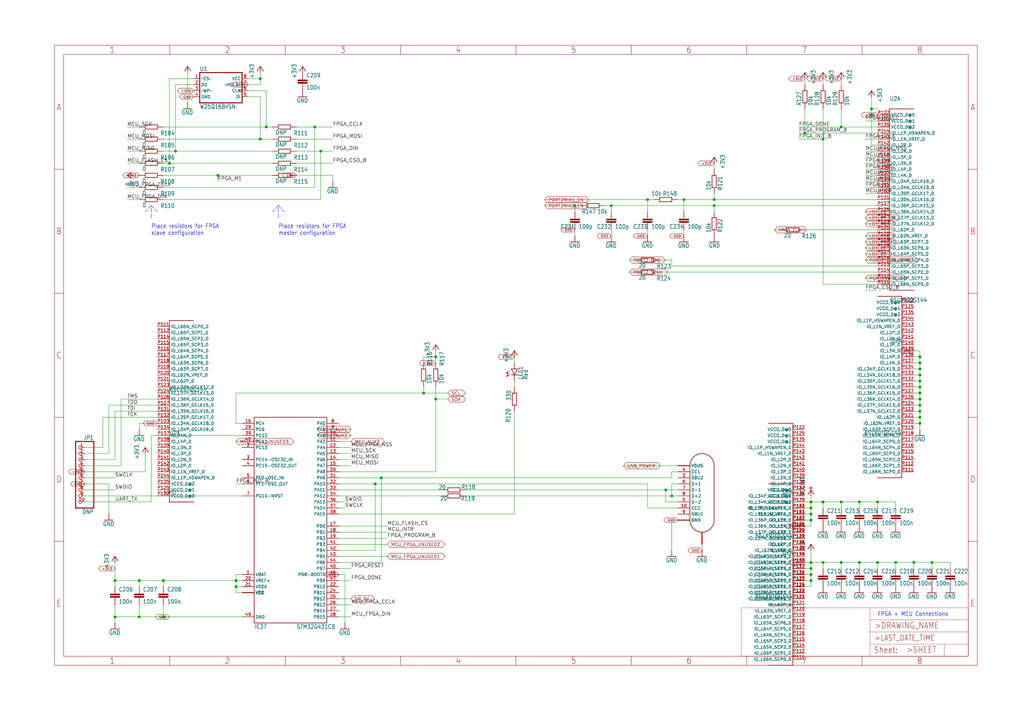
<source format=kicad_sch>
(kicad_sch (version 20210615) (generator eeschema)
  (paper "User" 429.793 300.279)
  (junction (at 48.26 243.84) (diameter 1.016))
  (junction (at 48.26 259.08) (diameter 1.016))
  (junction (at 58.42 243.84) (diameter 1.016))
  (junction (at 58.42 259.08) (diameter 1.016))
  (junction (at 68.58 243.84) (diameter 1.016))
  (junction (at 68.58 259.08) (diameter 1.016))
  (junction (at 71.12 68.58) (diameter 1.016))
  (junction (at 73.66 63.5) (diameter 1.016))
  (junction (at 91.44 73.66) (diameter 1.016))
  (junction (at 99.06 243.84) (diameter 1.016))
  (junction (at 99.06 246.38) (diameter 1.016))
  (junction (at 109.22 33.02) (diameter 1.016))
  (junction (at 109.22 58.42) (diameter 1.016))
  (junction (at 111.76 53.34) (diameter 1.016))
  (junction (at 132.08 53.34) (diameter 1.016))
  (junction (at 134.62 63.5) (diameter 1.016))
  (junction (at 157.48 203.2) (diameter 1.016))
  (junction (at 160.02 200.66) (diameter 1.016))
  (junction (at 177.8 165.1) (diameter 1.016))
  (junction (at 182.88 149.86) (diameter 1.016))
  (junction (at 182.88 167.64) (diameter 1.016))
  (junction (at 241.3 86.36) (diameter 1.016))
  (junction (at 256.54 86.36) (diameter 1.016))
  (junction (at 271.78 83.82) (diameter 1.016))
  (junction (at 279.4 205.74) (diameter 1.016))
  (junction (at 281.94 208.28) (diameter 1.016))
  (junction (at 287.02 83.82) (diameter 1.016))
  (junction (at 299.72 83.82) (diameter 1.016))
  (junction (at 299.72 86.36) (diameter 1.016))
  (junction (at 337.82 55.88) (diameter 1.016))
  (junction (at 340.36 210.82) (diameter 1.016))
  (junction (at 340.36 213.36) (diameter 1.016))
  (junction (at 340.36 215.9) (diameter 1.016))
  (junction (at 340.36 218.44) (diameter 1.016))
  (junction (at 340.36 236.22) (diameter 1.016))
  (junction (at 340.36 238.76) (diameter 1.016))
  (junction (at 340.36 241.3) (diameter 1.016))
  (junction (at 340.36 243.84) (diameter 1.016))
  (junction (at 345.44 58.42) (diameter 1.016))
  (junction (at 345.44 210.82) (diameter 1.016))
  (junction (at 345.44 236.22) (diameter 1.016))
  (junction (at 353.06 53.34) (diameter 1.016))
  (junction (at 353.06 210.82) (diameter 1.016))
  (junction (at 353.06 236.22) (diameter 1.016))
  (junction (at 360.68 210.82) (diameter 1.016))
  (junction (at 360.68 236.22) (diameter 1.016))
  (junction (at 365.76 45.72) (diameter 1.016))
  (junction (at 365.76 48.26) (diameter 1.016))
  (junction (at 368.3 210.82) (diameter 1.016))
  (junction (at 368.3 236.22) (diameter 1.016))
  (junction (at 375.92 236.22) (diameter 1.016))
  (junction (at 383.54 236.22) (diameter 1.016))
  (junction (at 386.08 149.86) (diameter 1.016))
  (junction (at 386.08 152.4) (diameter 1.016))
  (junction (at 386.08 154.94) (diameter 1.016))
  (junction (at 386.08 157.48) (diameter 1.016))
  (junction (at 386.08 160.02) (diameter 1.016))
  (junction (at 386.08 162.56) (diameter 1.016))
  (junction (at 386.08 165.1) (diameter 1.016))
  (junction (at 386.08 167.64) (diameter 1.016))
  (junction (at 386.08 170.18) (diameter 1.016))
  (junction (at 386.08 172.72) (diameter 1.016))
  (junction (at 386.08 175.26) (diameter 1.016))
  (junction (at 386.08 177.8) (diameter 1.016))
  (junction (at 391.16 236.22) (diameter 1.016))
  (wire (pts (xy 35.56 187.96) (xy 43.18 187.96)))
  (wire (pts (xy 35.56 195.58) (xy 50.8 195.58)))
  (wire (pts (xy 35.56 198.12) (xy 60.96 198.12)))
  (wire (pts (xy 35.56 203.2) (xy 45.72 203.2)))
  (wire (pts (xy 43.18 175.26) (xy 66.04 175.26)))
  (wire (pts (xy 43.18 187.96) (xy 43.18 175.26)))
  (wire (pts (xy 45.72 170.18) (xy 45.72 190.5)))
  (wire (pts (xy 45.72 190.5) (xy 35.56 190.5)))
  (wire (pts (xy 45.72 203.2) (xy 45.72 215.9)))
  (wire (pts (xy 48.26 172.72) (xy 48.26 190.5)))
  (wire (pts (xy 48.26 190.5) (xy 48.26 193.04)))
  (wire (pts (xy 48.26 193.04) (xy 35.56 193.04)))
  (wire (pts (xy 48.26 200.66) (xy 35.56 200.66)))
  (wire (pts (xy 48.26 205.74) (xy 35.56 205.74)))
  (wire (pts (xy 48.26 238.76) (xy 48.26 236.22)))
  (wire (pts (xy 48.26 238.76) (xy 48.26 243.84)))
  (wire (pts (xy 48.26 243.84) (xy 48.26 246.38)))
  (wire (pts (xy 48.26 259.08) (xy 48.26 254)))
  (wire (pts (xy 48.26 261.62) (xy 48.26 259.08)))
  (wire (pts (xy 50.8 167.64) (xy 66.04 167.64)))
  (wire (pts (xy 50.8 195.58) (xy 50.8 167.64)))
  (wire (pts (xy 58.42 53.34) (xy 53.34 53.34)))
  (wire (pts (xy 58.42 58.42) (xy 53.34 58.42)))
  (wire (pts (xy 58.42 63.5) (xy 53.34 63.5)))
  (wire (pts (xy 58.42 68.58) (xy 53.34 68.58)))
  (wire (pts (xy 58.42 73.66) (xy 55.88 73.66)))
  (wire (pts (xy 58.42 78.74) (xy 53.34 78.74)))
  (wire (pts (xy 58.42 83.82) (xy 53.34 83.82)))
  (wire (pts (xy 58.42 177.8) (xy 58.42 180.34)))
  (wire (pts (xy 58.42 243.84) (xy 48.26 243.84)))
  (wire (pts (xy 58.42 246.38) (xy 58.42 243.84)))
  (wire (pts (xy 58.42 254) (xy 58.42 259.08)))
  (wire (pts (xy 58.42 259.08) (xy 48.26 259.08)))
  (wire (pts (xy 60.96 198.12) (xy 60.96 190.5)))
  (wire (pts (xy 63.5 182.88) (xy 101.6 182.88)))
  (wire (pts (xy 63.5 195.58) (xy 63.5 182.88)))
  (wire (pts (xy 63.5 195.58) (xy 63.5 210.82)))
  (wire (pts (xy 63.5 210.82) (xy 35.56 210.82)))
  (wire (pts (xy 66.04 170.18) (xy 45.72 170.18)))
  (wire (pts (xy 66.04 172.72) (xy 48.26 172.72)))
  (wire (pts (xy 66.04 177.8) (xy 58.42 177.8)))
  (wire (pts (xy 66.04 208.28) (xy 35.56 208.28)))
  (wire (pts (xy 66.04 208.28) (xy 101.6 208.28)))
  (wire (pts (xy 68.58 78.74) (xy 132.08 78.74)))
  (wire (pts (xy 68.58 83.82) (xy 134.62 83.82)))
  (wire (pts (xy 68.58 243.84) (xy 58.42 243.84)))
  (wire (pts (xy 68.58 246.38) (xy 68.58 243.84)))
  (wire (pts (xy 68.58 254) (xy 68.58 259.08)))
  (wire (pts (xy 68.58 259.08) (xy 58.42 259.08)))
  (wire (pts (xy 71.12 33.02) (xy 81.28 33.02)))
  (wire (pts (xy 71.12 68.58) (xy 68.58 68.58)))
  (wire (pts (xy 71.12 68.58) (xy 71.12 33.02)))
  (wire (pts (xy 71.12 243.84) (xy 68.58 243.84)))
  (wire (pts (xy 71.12 259.08) (xy 68.58 259.08)))
  (wire (pts (xy 73.66 35.56) (xy 81.28 35.56)))
  (wire (pts (xy 73.66 63.5) (xy 68.58 63.5)))
  (wire (pts (xy 73.66 63.5) (xy 73.66 35.56)))
  (wire (pts (xy 73.66 243.84) (xy 71.12 243.84)))
  (wire (pts (xy 73.66 243.84) (xy 99.06 243.84)))
  (wire (pts (xy 73.66 259.08) (xy 71.12 259.08)))
  (wire (pts (xy 73.66 259.08) (xy 99.06 259.08)))
  (wire (pts (xy 78.74 38.1) (xy 78.74 30.48)))
  (wire (pts (xy 78.74 40.64) (xy 78.74 43.18)))
  (wire (pts (xy 81.28 38.1) (xy 78.74 38.1)))
  (wire (pts (xy 81.28 40.64) (xy 78.74 40.64)))
  (wire (pts (xy 91.44 73.66) (xy 68.58 73.66)))
  (wire (pts (xy 91.44 73.66) (xy 91.44 76.2)))
  (wire (pts (xy 99.06 165.1) (xy 99.06 177.8)))
  (wire (pts (xy 99.06 177.8) (xy 101.6 177.8)))
  (wire (pts (xy 99.06 241.3) (xy 99.06 243.84)))
  (wire (pts (xy 99.06 243.84) (xy 99.06 246.38)))
  (wire (pts (xy 99.06 246.38) (xy 99.06 248.92)))
  (wire (pts (xy 99.06 248.92) (xy 101.6 248.92)))
  (wire (pts (xy 99.06 259.08) (xy 101.6 259.08)))
  (wire (pts (xy 101.6 185.42) (xy 99.06 185.42)))
  (wire (pts (xy 101.6 203.2) (xy 99.06 203.2)))
  (wire (pts (xy 101.6 241.3) (xy 99.06 241.3)))
  (wire (pts (xy 101.6 243.84) (xy 99.06 243.84)))
  (wire (pts (xy 101.6 246.38) (xy 99.06 246.38)))
  (wire (pts (xy 104.14 33.02) (xy 109.22 33.02)))
  (wire (pts (xy 104.14 35.56) (xy 109.22 35.56)))
  (wire (pts (xy 109.22 33.02) (xy 109.22 30.48)))
  (wire (pts (xy 109.22 35.56) (xy 109.22 33.02)))
  (wire (pts (xy 109.22 40.64) (xy 104.14 40.64)))
  (wire (pts (xy 109.22 58.42) (xy 68.58 58.42)))
  (wire (pts (xy 109.22 58.42) (xy 109.22 40.64)))
  (wire (pts (xy 111.76 38.1) (xy 104.14 38.1)))
  (wire (pts (xy 111.76 53.34) (xy 68.58 53.34)))
  (wire (pts (xy 111.76 53.34) (xy 111.76 38.1)))
  (wire (pts (xy 114.3 53.34) (xy 111.76 53.34)))
  (wire (pts (xy 114.3 58.42) (xy 109.22 58.42)))
  (wire (pts (xy 114.3 63.5) (xy 73.66 63.5)))
  (wire (pts (xy 114.3 68.58) (xy 71.12 68.58)))
  (wire (pts (xy 114.3 73.66) (xy 91.44 73.66)))
  (wire (pts (xy 124.46 53.34) (xy 132.08 53.34)))
  (wire (pts (xy 124.46 58.42) (xy 139.7 58.42)))
  (wire (pts (xy 124.46 63.5) (xy 134.62 63.5)))
  (wire (pts (xy 124.46 68.58) (xy 139.7 68.58)))
  (wire (pts (xy 124.46 73.66) (xy 139.7 73.66)))
  (wire (pts (xy 132.08 53.34) (xy 139.7 53.34)))
  (wire (pts (xy 132.08 78.74) (xy 132.08 53.34)))
  (wire (pts (xy 134.62 63.5) (xy 139.7 63.5)))
  (wire (pts (xy 134.62 83.82) (xy 134.62 63.5)))
  (wire (pts (xy 139.7 73.66) (xy 139.7 76.2)))
  (wire (pts (xy 142.24 180.34) (xy 147.32 180.34)))
  (wire (pts (xy 142.24 182.88) (xy 147.32 182.88)))
  (wire (pts (xy 142.24 185.42) (xy 147.32 185.42)))
  (wire (pts (xy 142.24 190.5) (xy 144.78 190.5)))
  (wire (pts (xy 142.24 195.58) (xy 144.78 195.58)))
  (wire (pts (xy 142.24 198.12) (xy 182.88 198.12)))
  (wire (pts (xy 142.24 205.74) (xy 170.18 205.74)))
  (wire (pts (xy 142.24 210.82) (xy 144.78 210.82)))
  (wire (pts (xy 142.24 213.36) (xy 144.78 213.36)))
  (wire (pts (xy 142.24 215.9) (xy 215.9 215.9)))
  (wire (pts (xy 142.24 220.98) (xy 162.56 220.98)))
  (wire (pts (xy 142.24 223.52) (xy 162.56 223.52)))
  (wire (pts (xy 142.24 226.06) (xy 162.56 226.06)))
  (wire (pts (xy 142.24 228.6) (xy 162.56 228.6)))
  (wire (pts (xy 142.24 231.14) (xy 157.48 231.14)))
  (wire (pts (xy 142.24 233.68) (xy 147.32 233.68)))
  (wire (pts (xy 142.24 236.22) (xy 160.02 236.22)))
  (wire (pts (xy 142.24 238.76) (xy 147.32 238.76)))
  (wire (pts (xy 142.24 241.3) (xy 144.78 241.3)))
  (wire (pts (xy 142.24 243.84) (xy 147.32 243.84)))
  (wire (pts (xy 142.24 251.46) (xy 147.32 251.46)))
  (wire (pts (xy 142.24 254) (xy 147.32 254)))
  (wire (pts (xy 142.24 259.08) (xy 147.32 259.08)))
  (wire (pts (xy 144.78 187.96) (xy 142.24 187.96)))
  (wire (pts (xy 144.78 187.96) (xy 147.32 187.96)))
  (wire (pts (xy 144.78 190.5) (xy 147.32 190.5)))
  (wire (pts (xy 144.78 193.04) (xy 142.24 193.04)))
  (wire (pts (xy 144.78 193.04) (xy 147.32 193.04)))
  (wire (pts (xy 144.78 195.58) (xy 147.32 195.58)))
  (wire (pts (xy 144.78 241.3) (xy 144.78 261.62)))
  (wire (pts (xy 147.32 233.68) (xy 162.56 233.68)))
  (wire (pts (xy 157.48 203.2) (xy 142.24 203.2)))
  (wire (pts (xy 157.48 231.14) (xy 157.48 203.2)))
  (wire (pts (xy 160.02 200.66) (xy 142.24 200.66)))
  (wire (pts (xy 160.02 236.22) (xy 160.02 200.66)))
  (wire (pts (xy 170.18 200.66) (xy 160.02 200.66)))
  (wire (pts (xy 170.18 200.66) (xy 172.72 200.66)))
  (wire (pts (xy 170.18 203.2) (xy 157.48 203.2)))
  (wire (pts (xy 170.18 205.74) (xy 185.42 205.74)))
  (wire (pts (xy 170.18 208.28) (xy 142.24 208.28)))
  (wire (pts (xy 170.18 208.28) (xy 185.42 208.28)))
  (wire (pts (xy 172.72 200.66) (xy 281.94 200.66)))
  (wire (pts (xy 175.26 203.2) (xy 170.18 203.2)))
  (wire (pts (xy 175.26 203.2) (xy 271.78 203.2)))
  (wire (pts (xy 177.8 149.86) (xy 182.88 149.86)))
  (wire (pts (xy 177.8 152.4) (xy 177.8 149.86)))
  (wire (pts (xy 177.8 162.56) (xy 177.8 165.1)))
  (wire (pts (xy 177.8 165.1) (xy 99.06 165.1)))
  (wire (pts (xy 177.8 165.1) (xy 187.96 165.1)))
  (wire (pts (xy 182.88 149.86) (xy 182.88 147.32)))
  (wire (pts (xy 182.88 152.4) (xy 182.88 149.86)))
  (wire (pts (xy 182.88 162.56) (xy 182.88 167.64)))
  (wire (pts (xy 182.88 167.64) (xy 187.96 167.64)))
  (wire (pts (xy 182.88 198.12) (xy 182.88 167.64)))
  (wire (pts (xy 195.58 205.74) (xy 264.16 205.74)))
  (wire (pts (xy 195.58 208.28) (xy 266.7 208.28)))
  (wire (pts (xy 215.9 149.86) (xy 215.9 152.4)))
  (wire (pts (xy 215.9 162.56) (xy 215.9 160.02)))
  (wire (pts (xy 215.9 215.9) (xy 215.9 172.72)))
  (wire (pts (xy 241.3 86.36) (xy 228.6 86.36)))
  (wire (pts (xy 241.3 88.9) (xy 241.3 86.36)))
  (wire (pts (xy 241.3 96.52) (xy 241.3 99.06)))
  (wire (pts (xy 243.84 86.36) (xy 241.3 86.36)))
  (wire (pts (xy 256.54 86.36) (xy 254 86.36)))
  (wire (pts (xy 256.54 88.9) (xy 256.54 86.36)))
  (wire (pts (xy 256.54 99.06) (xy 256.54 96.52)))
  (wire (pts (xy 261.62 195.58) (xy 281.94 195.58)))
  (wire (pts (xy 266.7 109.22) (xy 264.16 109.22)))
  (wire (pts (xy 266.7 114.3) (xy 264.16 114.3)))
  (wire (pts (xy 266.7 208.28) (xy 279.4 208.28)))
  (wire (pts (xy 271.78 83.82) (xy 228.6 83.82)))
  (wire (pts (xy 271.78 88.9) (xy 271.78 83.82)))
  (wire (pts (xy 271.78 99.06) (xy 271.78 96.52)))
  (wire (pts (xy 271.78 203.2) (xy 271.78 213.36)))
  (wire (pts (xy 271.78 213.36) (xy 284.48 213.36)))
  (wire (pts (xy 274.32 83.82) (xy 271.78 83.82)))
  (wire (pts (xy 279.4 205.74) (xy 264.16 205.74)))
  (wire (pts (xy 279.4 208.28) (xy 281.94 208.28)))
  (wire (pts (xy 279.4 210.82) (xy 279.4 205.74)))
  (wire (pts (xy 281.94 109.22) (xy 276.86 109.22)))
  (wire (pts (xy 281.94 111.76) (xy 281.94 109.22)))
  (wire (pts (xy 281.94 198.12) (xy 284.48 198.12)))
  (wire (pts (xy 281.94 200.66) (xy 281.94 198.12)))
  (wire (pts (xy 281.94 208.28) (xy 281.94 203.2)))
  (wire (pts (xy 281.94 218.44) (xy 281.94 231.14)))
  (wire (pts (xy 284.48 195.58) (xy 281.94 195.58)))
  (wire (pts (xy 284.48 203.2) (xy 281.94 203.2)))
  (wire (pts (xy 284.48 205.74) (xy 279.4 205.74)))
  (wire (pts (xy 284.48 208.28) (xy 281.94 208.28)))
  (wire (pts (xy 284.48 210.82) (xy 279.4 210.82)))
  (wire (pts (xy 284.48 218.44) (xy 281.94 218.44)))
  (wire (pts (xy 287.02 83.82) (xy 284.48 83.82)))
  (wire (pts (xy 287.02 88.9) (xy 287.02 83.82)))
  (wire (pts (xy 287.02 99.06) (xy 287.02 96.52)))
  (wire (pts (xy 294.64 231.14) (xy 294.64 228.6)))
  (wire (pts (xy 299.72 68.58) (xy 299.72 71.12)))
  (wire (pts (xy 299.72 81.28) (xy 299.72 83.82)))
  (wire (pts (xy 299.72 83.82) (xy 287.02 83.82)))
  (wire (pts (xy 299.72 86.36) (xy 256.54 86.36)))
  (wire (pts (xy 299.72 88.9) (xy 299.72 86.36)))
  (wire (pts (xy 327.66 96.52) (xy 325.12 96.52)))
  (wire (pts (xy 337.82 33.02) (xy 337.82 35.56)))
  (wire (pts (xy 337.82 55.88) (xy 335.28 55.88)))
  (wire (pts (xy 337.82 55.88) (xy 337.82 45.72)))
  (wire (pts (xy 337.82 96.52) (xy 368.3 96.52)))
  (wire (pts (xy 337.82 210.82) (xy 340.36 210.82)))
  (wire (pts (xy 337.82 213.36) (xy 340.36 213.36)))
  (wire (pts (xy 337.82 215.9) (xy 340.36 215.9)))
  (wire (pts (xy 337.82 218.44) (xy 340.36 218.44)))
  (wire (pts (xy 337.82 220.98) (xy 340.36 220.98)))
  (wire (pts (xy 337.82 236.22) (xy 340.36 236.22)))
  (wire (pts (xy 337.82 238.76) (xy 340.36 238.76)))
  (wire (pts (xy 337.82 241.3) (xy 340.36 241.3)))
  (wire (pts (xy 337.82 243.84) (xy 340.36 243.84)))
  (wire (pts (xy 340.36 208.28) (xy 340.36 210.82)))
  (wire (pts (xy 340.36 210.82) (xy 345.44 210.82)))
  (wire (pts (xy 340.36 213.36) (xy 340.36 210.82)))
  (wire (pts (xy 340.36 215.9) (xy 340.36 213.36)))
  (wire (pts (xy 340.36 218.44) (xy 340.36 215.9)))
  (wire (pts (xy 340.36 220.98) (xy 340.36 218.44)))
  (wire (pts (xy 340.36 236.22) (xy 340.36 231.14)))
  (wire (pts (xy 340.36 236.22) (xy 340.36 238.76)))
  (wire (pts (xy 340.36 236.22) (xy 345.44 236.22)))
  (wire (pts (xy 340.36 238.76) (xy 340.36 241.3)))
  (wire (pts (xy 340.36 241.3) (xy 340.36 243.84)))
  (wire (pts (xy 340.36 243.84) (xy 340.36 246.38)))
  (wire (pts (xy 340.36 246.38) (xy 337.82 246.38)))
  (wire (pts (xy 345.44 33.02) (xy 345.44 35.56)))
  (wire (pts (xy 345.44 58.42) (xy 335.28 58.42)))
  (wire (pts (xy 345.44 58.42) (xy 345.44 45.72)))
  (wire (pts (xy 345.44 119.38) (xy 345.44 58.42)))
  (wire (pts (xy 345.44 210.82) (xy 353.06 210.82)))
  (wire (pts (xy 345.44 213.36) (xy 345.44 210.82)))
  (wire (pts (xy 345.44 236.22) (xy 353.06 236.22)))
  (wire (pts (xy 345.44 238.76) (xy 345.44 236.22)))
  (wire (pts (xy 353.06 33.02) (xy 353.06 35.56)))
  (wire (pts (xy 353.06 53.34) (xy 335.28 53.34)))
  (wire (pts (xy 353.06 53.34) (xy 353.06 45.72)))
  (wire (pts (xy 353.06 210.82) (xy 360.68 210.82)))
  (wire (pts (xy 353.06 213.36) (xy 353.06 210.82)))
  (wire (pts (xy 353.06 236.22) (xy 360.68 236.22)))
  (wire (pts (xy 353.06 238.76) (xy 353.06 236.22)))
  (wire (pts (xy 360.68 210.82) (xy 368.3 210.82)))
  (wire (pts (xy 360.68 213.36) (xy 360.68 210.82)))
  (wire (pts (xy 360.68 236.22) (xy 368.3 236.22)))
  (wire (pts (xy 360.68 238.76) (xy 360.68 236.22)))
  (wire (pts (xy 363.22 111.76) (xy 281.94 111.76)))
  (wire (pts (xy 363.22 114.3) (xy 276.86 114.3)))
  (wire (pts (xy 365.76 45.72) (xy 365.76 40.64)))
  (wire (pts (xy 365.76 48.26) (xy 365.76 45.72)))
  (wire (pts (xy 365.76 60.96) (xy 365.76 48.26)))
  (wire (pts (xy 365.76 78.74) (xy 363.22 78.74)))
  (wire (pts (xy 365.76 78.74) (xy 368.3 78.74)))
  (wire (pts (xy 368.3 45.72) (xy 365.76 45.72)))
  (wire (pts (xy 368.3 48.26) (xy 365.76 48.26)))
  (wire (pts (xy 368.3 50.8) (xy 363.22 50.8)))
  (wire (pts (xy 368.3 53.34) (xy 353.06 53.34)))
  (wire (pts (xy 368.3 55.88) (xy 337.82 55.88)))
  (wire (pts (xy 368.3 58.42) (xy 363.22 58.42)))
  (wire (pts (xy 368.3 60.96) (xy 365.76 60.96)))
  (wire (pts (xy 368.3 63.5) (xy 363.22 63.5)))
  (wire (pts (xy 368.3 66.04) (xy 363.22 66.04)))
  (wire (pts (xy 368.3 68.58) (xy 363.22 68.58)))
  (wire (pts (xy 368.3 71.12) (xy 363.22 71.12)))
  (wire (pts (xy 368.3 73.66) (xy 363.22 73.66)))
  (wire (pts (xy 368.3 76.2) (xy 363.22 76.2)))
  (wire (pts (xy 368.3 81.28) (xy 363.22 81.28)))
  (wire (pts (xy 368.3 83.82) (xy 299.72 83.82)))
  (wire (pts (xy 368.3 86.36) (xy 299.72 86.36)))
  (wire (pts (xy 368.3 88.9) (xy 363.22 88.9)))
  (wire (pts (xy 368.3 91.44) (xy 363.22 91.44)))
  (wire (pts (xy 368.3 93.98) (xy 363.22 93.98)))
  (wire (pts (xy 368.3 99.06) (xy 363.22 99.06)))
  (wire (pts (xy 368.3 101.6) (xy 363.22 101.6)))
  (wire (pts (xy 368.3 104.14) (xy 363.22 104.14)))
  (wire (pts (xy 368.3 106.68) (xy 363.22 106.68)))
  (wire (pts (xy 368.3 109.22) (xy 363.22 109.22)))
  (wire (pts (xy 368.3 111.76) (xy 363.22 111.76)))
  (wire (pts (xy 368.3 114.3) (xy 363.22 114.3)))
  (wire (pts (xy 368.3 116.84) (xy 363.22 116.84)))
  (wire (pts (xy 368.3 119.38) (xy 345.44 119.38)))
  (wire (pts (xy 368.3 121.92) (xy 363.22 121.92)))
  (wire (pts (xy 368.3 210.82) (xy 368.3 213.36)))
  (wire (pts (xy 368.3 210.82) (xy 375.92 210.82)))
  (wire (pts (xy 368.3 236.22) (xy 375.92 236.22)))
  (wire (pts (xy 368.3 238.76) (xy 368.3 236.22)))
  (wire (pts (xy 375.92 210.82) (xy 375.92 213.36)))
  (wire (pts (xy 375.92 236.22) (xy 375.92 238.76)))
  (wire (pts (xy 375.92 236.22) (xy 383.54 236.22)))
  (wire (pts (xy 383.54 147.32) (xy 386.08 147.32)))
  (wire (pts (xy 383.54 149.86) (xy 386.08 149.86)))
  (wire (pts (xy 383.54 152.4) (xy 386.08 152.4)))
  (wire (pts (xy 383.54 154.94) (xy 386.08 154.94)))
  (wire (pts (xy 383.54 157.48) (xy 386.08 157.48)))
  (wire (pts (xy 383.54 160.02) (xy 386.08 160.02)))
  (wire (pts (xy 383.54 162.56) (xy 386.08 162.56)))
  (wire (pts (xy 383.54 165.1) (xy 386.08 165.1)))
  (wire (pts (xy 383.54 167.64) (xy 386.08 167.64)))
  (wire (pts (xy 383.54 170.18) (xy 386.08 170.18)))
  (wire (pts (xy 383.54 172.72) (xy 386.08 172.72)))
  (wire (pts (xy 383.54 175.26) (xy 386.08 175.26)))
  (wire (pts (xy 383.54 177.8) (xy 386.08 177.8)))
  (wire (pts (xy 383.54 236.22) (xy 391.16 236.22)))
  (wire (pts (xy 383.54 238.76) (xy 383.54 236.22)))
  (wire (pts (xy 386.08 147.32) (xy 386.08 149.86)))
  (wire (pts (xy 386.08 149.86) (xy 386.08 152.4)))
  (wire (pts (xy 386.08 152.4) (xy 386.08 154.94)))
  (wire (pts (xy 386.08 154.94) (xy 386.08 157.48)))
  (wire (pts (xy 386.08 157.48) (xy 386.08 160.02)))
  (wire (pts (xy 386.08 160.02) (xy 386.08 162.56)))
  (wire (pts (xy 386.08 162.56) (xy 386.08 165.1)))
  (wire (pts (xy 386.08 165.1) (xy 386.08 167.64)))
  (wire (pts (xy 386.08 167.64) (xy 386.08 170.18)))
  (wire (pts (xy 386.08 170.18) (xy 386.08 172.72)))
  (wire (pts (xy 386.08 172.72) (xy 386.08 175.26)))
  (wire (pts (xy 386.08 175.26) (xy 386.08 177.8)))
  (wire (pts (xy 386.08 177.8) (xy 386.08 180.34)))
  (wire (pts (xy 391.16 236.22) (xy 398.78 236.22)))
  (wire (pts (xy 391.16 238.76) (xy 391.16 236.22)))
  (wire (pts (xy 398.78 238.76) (xy 398.78 236.22)))
  (polyline (pts (xy 63.5 86.36) (xy 60.96 88.9)) (stroke (width 0) (type dash)))
  (polyline (pts (xy 63.5 86.36) (xy 66.04 88.9)) (stroke (width 0) (type dash)))
  (polyline (pts (xy 63.5 88.9) (xy 63.5 86.36)) (stroke (width 0) (type dash)))
  (polyline (pts (xy 63.5 91.44) (xy 63.5 88.9)) (stroke (width 0) (type dash)))
  (polyline (pts (xy 116.84 86.36) (xy 114.3 88.9)) (stroke (width 0) (type dash)))
  (polyline (pts (xy 116.84 86.36) (xy 119.38 88.9)) (stroke (width 0) (type dash)))
  (polyline (pts (xy 116.84 88.9) (xy 116.84 86.36)) (stroke (width 0) (type dash)))
  (polyline (pts (xy 116.84 91.44) (xy 116.84 88.9)) (stroke (width 0) (type dash)))
  (text "Place resistors for FPGA\nslave configuration" (at 63.5 99.06 180) (effects (font (size 1.778 1.5113)) (justify left bottom)))
  (text "Place resistors for FPGA\nmaster configuration" (at 116.84 99.06 180) (effects (font (size 1.778 1.5113)) (justify left bottom)))
  (text "FPGA + MCU Connections" (at 368.3 259.08 180) (effects (font (size 1.778 1.5113)) (justify left bottom)))
  (label "SWCLK" (at 48.26 200.66 0) (effects (font (size 1.5113 1.5113))))
  (label "SWDIO" (at 48.26 205.74 0) (effects (font (size 1.5113 1.5113))))
  (label "UART_TX" (at 48.26 210.82 0) (effects (font (size 1.5113 1.5113))))
  (label "MCU_SCK" (at 53.34 53.34 0) (effects (font (size 1.5113 1.5113))))
  (label "MCU_MOSI" (at 53.34 58.42 0) (effects (font (size 1.5113 1.5113))))
  (label "MCU_MISO" (at 53.34 63.5 0) (effects (font (size 1.5113 1.5113))))
  (label "MCU_FLASH_CS" (at 53.34 68.58 0) (effects (font (size 1.5113 1.5113))))
  (label "MCU_FPGA_CCLK" (at 53.34 78.74 0) (effects (font (size 1.5113 1.5113))))
  (label "MCU_FPGA_DIN" (at 53.34 83.82 0) (effects (font (size 1.5113 1.5113))))
  (label "TMS" (at 53.34 167.64 0) (effects (font (size 1.5113 1.5113))))
  (label "TDO" (at 53.34 170.18 0) (effects (font (size 1.5113 1.5113))))
  (label "TDI" (at 53.34 172.72 0) (effects (font (size 1.5113 1.5113))))
  (label "TCK" (at 53.34 175.26 0) (effects (font (size 1.5113 1.5113))))
  (label "NRST" (at 68.58 208.28 0) (effects (font (size 1.5113 1.5113))))
  (label "FPGA_M1" (at 91.44 76.2 0) (effects (font (size 1.5113 1.5113))))
  (label "FPGA_INIT_B" (at 99.06 203.2 0) (effects (font (size 1.5113 1.5113))))
  (label "FPGA_CCLK" (at 139.7 53.34 0) (effects (font (size 1.5113 1.5113))))
  (label "FPGA_MOSI" (at 139.7 58.42 0) (effects (font (size 1.5113 1.5113))))
  (label "FPGA_DIN" (at 139.7 63.5 0) (effects (font (size 1.5113 1.5113))))
  (label "FPGA_CSO_B" (at 139.7 68.58 0) (effects (font (size 1.5113 1.5113))))
  (label "SWDIO" (at 144.78 210.82 0) (effects (font (size 1.5113 1.5113))))
  (label "SWCLK" (at 144.78 213.36 0) (effects (font (size 1.5113 1.5113))))
  (label "MCU_FPGA_NSS" (at 147.32 187.96 0) (effects (font (size 1.5113 1.5113))))
  (label "MCU_SCK" (at 147.32 190.5 0) (effects (font (size 1.5113 1.5113))))
  (label "MCU_MISO" (at 147.32 193.04 0) (effects (font (size 1.5113 1.5113))))
  (label "MCU_MOSI" (at 147.32 195.58 0) (effects (font (size 1.5113 1.5113))))
  (label "FPGA_RESET" (at 147.32 238.76 0) (effects (font (size 1.5113 1.5113))))
  (label "FPGA_DONE" (at 147.32 243.84 0) (effects (font (size 1.5113 1.5113))))
  (label "MCU_FPGA_CCLK" (at 147.32 254 0) (effects (font (size 1.5113 1.5113))))
  (label "MCU_FPGA_DIN" (at 147.32 259.08 0) (effects (font (size 1.5113 1.5113))))
  (label "MCU_FLASH_CS" (at 162.56 220.98 0) (effects (font (size 1.5113 1.5113))))
  (label "MCU_INTR" (at 162.56 223.52 0) (effects (font (size 1.5113 1.5113))))
  (label "FPGA_PROGRAM_B" (at 162.56 226.06 0) (effects (font (size 1.5113 1.5113))))
  (label "FPGA_DONE" (at 335.28 53.34 0) (effects (font (size 1.5113 1.5113))))
  (label "FPGA_PROGRAM_B" (at 335.28 55.88 0) (effects (font (size 1.5113 1.5113))))
  (label "FPGA_INIT_B" (at 335.28 58.42 0) (effects (font (size 1.5113 1.5113))))
  (label "FPGA_RESET" (at 363.22 50.8 0) (effects (font (size 1.5113 1.5113))))
  (label "FPGA_CCLK" (at 363.22 58.42 0) (effects (font (size 1.5113 1.5113))))
  (label "MCU_FPGA_NSS" (at 363.22 63.5 0) (effects (font (size 1.5113 1.5113))))
  (label "MCU_SCK" (at 363.22 66.04 0) (effects (font (size 1.5113 1.5113))))
  (label "FPGA_DIN" (at 363.22 68.58 0) (effects (font (size 1.5113 1.5113))))
  (label "FPGA_MOSI" (at 363.22 71.12 0) (effects (font (size 1.5113 1.5113))))
  (label "MCU_MISO" (at 363.22 73.66 0) (effects (font (size 1.5113 1.5113))))
  (label "MCU_MOSI" (at 363.22 76.2 0) (effects (font (size 1.5113 1.5113))))
  (label "FPGA_M1" (at 363.22 78.74 0) (effects (font (size 1.5113 1.5113))))
  (label "MCU_INTR" (at 363.22 81.28 0) (effects (font (size 1.5113 1.5113))))
  (label "FPGA_CSO_B" (at 363.22 121.92 0) (effects (font (size 1.5113 1.5113))))
  (global_label "+3V3" (shape bidirectional) (at 35.56 198.12 180) (effects (font (size 1.016 1.016))) (property "Intersheet References" "${INTERSHEET_REFS}" (effects hide)))
  (global_label "GND" (shape bidirectional) (at 35.56 203.2 180) (effects (font (size 1.016 1.016))) (property "Intersheet References" "${INTERSHEET_REFS}" (effects hide)))
  (global_label "+3V3" (shape bidirectional) (at 48.26 238.76 180) (effects (font (size 1.016 1.016))) (property "Intersheet References" "${INTERSHEET_REFS}" (effects hide)))
  (global_label "+3V3" (shape bidirectional) (at 58.42 73.66 180) (effects (font (size 1.016 1.016))) (property "Intersheet References" "${INTERSHEET_REFS}" (effects hide)))
  (global_label "GND" (shape bidirectional) (at 66.04 177.8 180) (effects (font (size 1.016 1.016))) (property "Intersheet References" "${INTERSHEET_REFS}" (effects hide)))
  (global_label "GND" (shape bidirectional) (at 71.12 259.08 180) (effects (font (size 1.016 1.016))) (property "Intersheet References" "${INTERSHEET_REFS}" (effects hide)))
  (global_label "+3V3" (shape bidirectional) (at 81.28 38.1 180) (effects (font (size 1.016 1.016))) (property "Intersheet References" "${INTERSHEET_REFS}" (effects hide)))
  (global_label "GND" (shape bidirectional) (at 81.28 40.64 180) (effects (font (size 1.016 1.016))) (property "Intersheet References" "${INTERSHEET_REFS}" (effects hide)))
  (global_label "MCU_FPGA_UNUSED3" (shape bidirectional) (at 99.06 185.42 0) (effects (font (size 1.3335 1.3335))) (property "Intersheet References" "${INTERSHEET_REFS}" (effects hide)))
  (global_label "+3V3" (shape bidirectional) (at 104.14 35.56 180) (effects (font (size 1.016 1.016))) (property "Intersheet References" "${INTERSHEET_REFS}" (effects hide)))
  (global_label "GND" (shape bidirectional) (at 124.46 73.66 180) (effects (font (size 1.016 1.016))) (property "Intersheet References" "${INTERSHEET_REFS}" (effects hide)))
  (global_label "GND" (shape bidirectional) (at 142.24 241.3 180) (effects (font (size 1.016 1.016))) (property "Intersheet References" "${INTERSHEET_REFS}" (effects hide)))
  (global_label "MCU_AUX1" (shape bidirectional) (at 147.32 180.34 180) (effects (font (size 1.3335 1.3335))) (property "Intersheet References" "${INTERSHEET_REFS}" (effects hide)))
  (global_label "MCU_AUX2" (shape bidirectional) (at 147.32 182.88 180) (effects (font (size 1.3335 1.3335))) (property "Intersheet References" "${INTERSHEET_REFS}" (effects hide)))
  (global_label "MCU_AUX3" (shape bidirectional) (at 147.32 185.42 0) (effects (font (size 1.3335 1.3335))) (property "Intersheet References" "${INTERSHEET_REFS}" (effects hide)))
  (global_label "EN_6V" (shape bidirectional) (at 147.32 251.46 0) (effects (font (size 1.3335 1.3335))) (property "Intersheet References" "${INTERSHEET_REFS}" (effects hide)))
  (global_label "MCU_FPGA_UNUSED2" (shape bidirectional) (at 162.56 228.6 0) (effects (font (size 1.3335 1.3335))) (property "Intersheet References" "${INTERSHEET_REFS}" (effects hide)))
  (global_label "MCU_FPGA_UNUSED1" (shape bidirectional) (at 162.56 233.68 0) (effects (font (size 1.3335 1.3335))) (property "Intersheet References" "${INTERSHEET_REFS}" (effects hide)))
  (global_label "+3V3" (shape bidirectional) (at 182.88 152.4 180) (effects (font (size 1.016 1.016))) (property "Intersheet References" "${INTERSHEET_REFS}" (effects hide)))
  (global_label "SCL" (shape bidirectional) (at 187.96 165.1 0) (effects (font (size 1.3335 1.3335))) (property "Intersheet References" "${INTERSHEET_REFS}" (effects hide)))
  (global_label "SDA" (shape bidirectional) (at 187.96 167.64 0) (effects (font (size 1.3335 1.3335))) (property "Intersheet References" "${INTERSHEET_REFS}" (effects hide)))
  (global_label "+3V3" (shape bidirectional) (at 215.9 149.86 180) (effects (font (size 1.016 1.016))) (property "Intersheet References" "${INTERSHEET_REFS}" (effects hide)))
  (global_label "PORT2MIX1_EN" (shape bidirectional) (at 228.6 83.82 0) (effects (font (size 1.3335 1.3335))) (property "Intersheet References" "${INTERSHEET_REFS}" (effects hide)))
  (global_label "PORT2MIX2_EN" (shape bidirectional) (at 228.6 86.36 0) (effects (font (size 1.3335 1.3335))) (property "Intersheet References" "${INTERSHEET_REFS}" (effects hide)))
  (global_label "GND" (shape bidirectional) (at 241.3 96.52 180) (effects (font (size 1.016 1.016))) (property "Intersheet References" "${INTERSHEET_REFS}" (effects hide)))
  (global_label "GND" (shape bidirectional) (at 256.54 99.06 180) (effects (font (size 1.016 1.016))) (property "Intersheet References" "${INTERSHEET_REFS}" (effects hide)))
  (global_label "USB_POWER" (shape bidirectional) (at 261.62 195.58 0) (effects (font (size 1.3335 1.3335))) (property "Intersheet References" "${INTERSHEET_REFS}" (effects hide)))
  (global_label "PORT2_SDO" (shape bidirectional) (at 264.16 109.22 0) (effects (font (size 1.3335 1.3335))) (property "Intersheet References" "${INTERSHEET_REFS}" (effects hide)))
  (global_label "PORT2_SCLK" (shape bidirectional) (at 264.16 114.3 0) (effects (font (size 1.3335 1.3335))) (property "Intersheet References" "${INTERSHEET_REFS}" (effects hide)))
  (global_label "GND" (shape bidirectional) (at 271.78 99.06 180) (effects (font (size 1.016 1.016))) (property "Intersheet References" "${INTERSHEET_REFS}" (effects hide)))
  (global_label "GND" (shape bidirectional) (at 284.48 218.44 180) (effects (font (size 1.016 1.016))) (property "Intersheet References" "${INTERSHEET_REFS}" (effects hide)))
  (global_label "GND" (shape bidirectional) (at 287.02 99.06 180) (effects (font (size 1.016 1.016))) (property "Intersheet References" "${INTERSHEET_REFS}" (effects hide)))
  (global_label "GND" (shape bidirectional) (at 294.64 231.14 180) (effects (font (size 1.016 1.016))) (property "Intersheet References" "${INTERSHEET_REFS}" (effects hide)))
  (global_label "+3V3" (shape bidirectional) (at 299.72 68.58 180) (effects (font (size 1.016 1.016))) (property "Intersheet References" "${INTERSHEET_REFS}" (effects hide)))
  (global_label "FPGA_CLK" (shape bidirectional) (at 325.12 96.52 0) (effects (font (size 1.3335 1.3335))) (property "Intersheet References" "${INTERSHEET_REFS}" (effects hide)))
  (global_label "+3V3" (shape bidirectional) (at 337.82 33.02 180) (effects (font (size 1.016 1.016))) (property "Intersheet References" "${INTERSHEET_REFS}" (effects hide)))
  (global_label "VCCINT" (shape bidirectional) (at 337.82 220.98 180) (effects (font (size 1.016 1.016))) (property "Intersheet References" "${INTERSHEET_REFS}" (effects hide)))
  (global_label "+3V3" (shape bidirectional) (at 337.82 236.22 180) (effects (font (size 1.016 1.016))) (property "Intersheet References" "${INTERSHEET_REFS}" (effects hide)))
  (global_label "+3V3" (shape bidirectional) (at 345.44 33.02 180) (effects (font (size 1.016 1.016))) (property "Intersheet References" "${INTERSHEET_REFS}" (effects hide)))
  (global_label "+3V3" (shape bidirectional) (at 353.06 33.02 180) (effects (font (size 1.016 1.016))) (property "Intersheet References" "${INTERSHEET_REFS}" (effects hide)))
  (global_label "LO1_LD" (shape bidirectional) (at 363.22 88.9 0) (effects (font (size 1.3335 1.3335))) (property "Intersheet References" "${INTERSHEET_REFS}" (effects hide)))
  (global_label "LO1_RF_EN" (shape bidirectional) (at 363.22 91.44 0) (effects (font (size 1.3335 1.3335))) (property "Intersheet References" "${INTERSHEET_REFS}" (effects hide)))
  (global_label "LO1_MUX" (shape bidirectional) (at 363.22 93.98 0) (effects (font (size 1.3335 1.3335))) (property "Intersheet References" "${INTERSHEET_REFS}" (effects hide)))
  (global_label "LO1_CLK" (shape bidirectional) (at 363.22 99.06 0) (effects (font (size 1.3335 1.3335))) (property "Intersheet References" "${INTERSHEET_REFS}" (effects hide)))
  (global_label "LO1_MOSI" (shape bidirectional) (at 363.22 101.6 0) (effects (font (size 1.3335 1.3335))) (property "Intersheet References" "${INTERSHEET_REFS}" (effects hide)))
  (global_label "LO1_LE" (shape bidirectional) (at 363.22 104.14 0) (effects (font (size 1.3335 1.3335))) (property "Intersheet References" "${INTERSHEET_REFS}" (effects hide)))
  (global_label "LO1_CE" (shape bidirectional) (at 363.22 106.68 0) (effects (font (size 1.3335 1.3335))) (property "Intersheet References" "${INTERSHEET_REFS}" (effects hide)))
  (global_label "PORT2_CONVSTART" (shape bidirectional) (at 363.22 109.22 0) (effects (font (size 1.3335 1.3335))) (property "Intersheet References" "${INTERSHEET_REFS}" (effects hide)))
  (global_label "PORT2SWITCH" (shape bidirectional) (at 363.22 116.84 0) (effects (font (size 1.3335 1.3335))) (property "Intersheet References" "${INTERSHEET_REFS}" (effects hide)))
  (global_label "+3V3" (shape bidirectional) (at 368.3 48.26 180) (effects (font (size 1.016 1.016))) (property "Intersheet References" "${INTERSHEET_REFS}" (effects hide)))
  (global_label "GND" (shape bidirectional) (at 383.54 147.32 180) (effects (font (size 1.016 1.016))) (property "Intersheet References" "${INTERSHEET_REFS}" (effects hide)))
  (symbol (lib_id "VNA-eagle-import:+3V3") (at 48.26 233.68 0)
    (property "Reference" "#+3V315" (effects hide))
    (property "Value" "+3V3" (at 45.72 238.76 90) (effects (font (size 1.778 1.5113)) (justify left bottom)))
  )
  (symbol (lib_id "VNA-eagle-import:+3V3") (at 53.34 73.66 90)
    (property "Reference" "#+3V317" (effects hide))
    (property "Value" "+3V3" (at 58.42 76.2 90) (effects (font (size 1.778 1.5113)) (justify left bottom)))
  )
  (symbol (lib_id "VNA-eagle-import:+3V3") (at 60.96 187.96 0)
    (property "Reference" "#+3V316" (effects hide))
    (property "Value" "+3V3" (at 58.42 193.04 90) (effects (font (size 1.778 1.5113)) (justify left bottom)))
  )
  (symbol (lib_id "VNA-eagle-import:+3V3") (at 78.74 27.94 0)
    (property "Reference" "#+3V319" (effects hide))
    (property "Value" "+3V3" (effects hide))
  )
  (symbol (lib_id "VNA-eagle-import:+3V3") (at 109.22 27.94 0)
    (property "Reference" "#+3V320" (effects hide))
    (property "Value" "+3V3" (at 106.68 33.02 90) (effects (font (size 1.778 1.5113)) (justify left bottom)))
  )
  (symbol (lib_id "VNA-eagle-import:+3V3") (at 127 27.94 0)
    (property "Reference" "#+3V318" (effects hide))
    (property "Value" "+3V3" (at 124.46 33.02 90) (effects (font (size 1.778 1.5113)) (justify left bottom)))
  )
  (symbol (lib_id "VNA-eagle-import:+3V3") (at 182.88 144.78 0)
    (property "Reference" "#+3V321" (effects hide))
    (property "Value" "+3V3" (at 180.34 149.86 90) (effects (font (size 1.778 1.5113)) (justify left bottom)))
  )
  (symbol (lib_id "VNA-eagle-import:+3V3") (at 215.9 147.32 0)
    (property "Reference" "#+3V322" (effects hide))
    (property "Value" "+3V3" (at 213.36 152.4 90) (effects (font (size 1.778 1.5113)) (justify left bottom)))
  )
  (symbol (lib_id "VNA-eagle-import:+3V3") (at 299.72 66.04 0) (mirror y)
    (property "Reference" "#+3V324" (effects hide))
    (property "Value" "+3V3" (at 302.26 71.12 90) (effects (font (size 1.778 1.5113)) (justify left bottom)))
  )
  (symbol (lib_id "VNA-eagle-import:+3V3") (at 337.82 30.48 0) (mirror y)
    (property "Reference" "#+3V325" (effects hide))
    (property "Value" "+3V3" (at 340.36 35.56 90) (effects (font (size 1.778 1.5113)) (justify left bottom)))
  )
  (symbol (lib_id "VNA-eagle-import:+3V3") (at 340.36 228.6 0)
    (property "Reference" "#+3V323" (effects hide))
    (property "Value" "+3V3" (at 337.82 233.68 90) (effects (font (size 1.778 1.5113)) (justify left bottom)))
  )
  (symbol (lib_id "VNA-eagle-import:+3V3") (at 345.44 30.48 0) (mirror y)
    (property "Reference" "#+3V326" (effects hide))
    (property "Value" "+3V3" (at 347.98 35.56 90) (effects (font (size 1.778 1.5113)) (justify left bottom)))
  )
  (symbol (lib_id "VNA-eagle-import:+3V3") (at 353.06 30.48 0) (mirror y)
    (property "Reference" "#+3V327" (effects hide))
    (property "Value" "+3V3" (at 355.6 35.56 90) (effects (font (size 1.778 1.5113)) (justify left bottom)))
  )
  (symbol (lib_id "VNA-eagle-import:+3V3") (at 365.76 38.1 0) (mirror y)
    (property "Reference" "#+3V328" (effects hide))
    (property "Value" "+3V3" (at 368.3 43.18 90) (effects (font (size 1.778 1.5113)) (justify left bottom)))
  )
  (symbol (lib_id "VNA-eagle-import:VCCINT") (at 340.36 205.74 0)
    (property "Reference" "#VCC2" (effects hide))
    (property "Value" "VCCINT" (at 337.82 208.28 90) (effects (font (size 1.778 1.5113)) (justify left bottom)))
  )
  (symbol (lib_id "VNA-eagle-import:GND") (at 45.72 218.44 0)
    (property "Reference" "#GND233" (effects hide))
    (property "Value" "GND" (at 43.18 220.98 0) (effects (font (size 1.778 1.5113)) (justify left bottom)))
  )
  (symbol (lib_id "VNA-eagle-import:GND") (at 48.26 264.16 0)
    (property "Reference" "#GND234" (effects hide))
    (property "Value" "GND" (at 45.72 266.7 0) (effects (font (size 1.778 1.5113)) (justify left bottom)))
  )
  (symbol (lib_id "VNA-eagle-import:GND") (at 58.42 182.88 0)
    (property "Reference" "#GND235" (effects hide))
    (property "Value" "GND" (at 55.88 185.42 0) (effects (font (size 1.778 1.5113)) (justify left bottom)))
  )
  (symbol (lib_id "VNA-eagle-import:GND") (at 78.74 45.72 0)
    (property "Reference" "#GND237" (effects hide))
    (property "Value" "GND" (at 76.2 48.26 0) (effects (font (size 1.778 1.5113)) (justify left bottom)))
  )
  (symbol (lib_id "VNA-eagle-import:GND") (at 127 40.64 0)
    (property "Reference" "#GND236" (effects hide))
    (property "Value" "GND" (at 124.46 43.18 0) (effects (font (size 1.778 1.5113)) (justify left bottom)))
  )
  (symbol (lib_id "VNA-eagle-import:GND") (at 139.7 78.74 0)
    (property "Reference" "#GND239" (effects hide))
    (property "Value" "GND" (at 137.16 81.28 0) (effects (font (size 1.778 1.5113)) (justify left bottom)))
  )
  (symbol (lib_id "VNA-eagle-import:GND") (at 144.78 264.16 0)
    (property "Reference" "#GND238" (effects hide))
    (property "Value" "GND" (at 142.24 266.7 0) (effects (font (size 1.778 1.5113)) (justify left bottom)))
  )
  (symbol (lib_id "VNA-eagle-import:GND") (at 241.3 101.6 0)
    (property "Reference" "#GND270" (effects hide))
    (property "Value" "GND" (at 238.76 104.14 0) (effects (font (size 1.778 1.5113)) (justify left bottom)))
  )
  (symbol (lib_id "VNA-eagle-import:GND") (at 256.54 101.6 0)
    (property "Reference" "#GND271" (effects hide))
    (property "Value" "GND" (at 254 104.14 0) (effects (font (size 1.778 1.5113)) (justify left bottom)))
  )
  (symbol (lib_id "VNA-eagle-import:GND") (at 271.78 101.6 0)
    (property "Reference" "#GND273" (effects hide))
    (property "Value" "GND" (at 269.24 104.14 0) (effects (font (size 1.778 1.5113)) (justify left bottom)))
  )
  (symbol (lib_id "VNA-eagle-import:GND") (at 281.94 233.68 0)
    (property "Reference" "#GND254" (effects hide))
    (property "Value" "GND" (at 279.4 236.22 0) (effects (font (size 1.778 1.5113)) (justify left bottom)))
  )
  (symbol (lib_id "VNA-eagle-import:GND") (at 287.02 101.6 0)
    (property "Reference" "#GND272" (effects hide))
    (property "Value" "GND" (at 284.48 104.14 0) (effects (font (size 1.778 1.5113)) (justify left bottom)))
  )
  (symbol (lib_id "VNA-eagle-import:GND") (at 294.64 233.68 0)
    (property "Reference" "#GND256" (effects hide))
    (property "Value" "GND" (at 292.1 236.22 0) (effects (font (size 1.778 1.5113)) (justify left bottom)))
  )
  (symbol (lib_id "VNA-eagle-import:GND") (at 299.72 101.6 0) (mirror y)
    (property "Reference" "#GND251" (effects hide))
    (property "Value" "GND" (at 302.26 104.14 0) (effects (font (size 1.778 1.5113)) (justify left bottom)))
  )
  (symbol (lib_id "VNA-eagle-import:GND") (at 345.44 223.52 0)
    (property "Reference" "#GND241" (effects hide))
    (property "Value" "GND" (at 342.9 226.06 0) (effects (font (size 1.778 1.5113)) (justify left bottom)))
  )
  (symbol (lib_id "VNA-eagle-import:GND") (at 345.44 248.92 0)
    (property "Reference" "#GND240" (effects hide))
    (property "Value" "GND" (at 342.9 251.46 0) (effects (font (size 1.778 1.5113)) (justify left bottom)))
  )
  (symbol (lib_id "VNA-eagle-import:GND") (at 353.06 223.52 0)
    (property "Reference" "#GND243" (effects hide))
    (property "Value" "GND" (at 350.52 226.06 0) (effects (font (size 1.778 1.5113)) (justify left bottom)))
  )
  (symbol (lib_id "VNA-eagle-import:GND") (at 353.06 248.92 0)
    (property "Reference" "#GND242" (effects hide))
    (property "Value" "GND" (at 350.52 251.46 0) (effects (font (size 1.778 1.5113)) (justify left bottom)))
  )
  (symbol (lib_id "VNA-eagle-import:GND") (at 360.68 223.52 0)
    (property "Reference" "#GND245" (effects hide))
    (property "Value" "GND" (at 358.14 226.06 0) (effects (font (size 1.778 1.5113)) (justify left bottom)))
  )
  (symbol (lib_id "VNA-eagle-import:GND") (at 360.68 248.92 0)
    (property "Reference" "#GND244" (effects hide))
    (property "Value" "GND" (at 358.14 251.46 0) (effects (font (size 1.778 1.5113)) (justify left bottom)))
  )
  (symbol (lib_id "VNA-eagle-import:GND") (at 368.3 223.52 0)
    (property "Reference" "#GND247" (effects hide))
    (property "Value" "GND" (at 365.76 226.06 0) (effects (font (size 1.778 1.5113)) (justify left bottom)))
  )
  (symbol (lib_id "VNA-eagle-import:GND") (at 368.3 248.92 0)
    (property "Reference" "#GND246" (effects hide))
    (property "Value" "GND" (at 365.76 251.46 0) (effects (font (size 1.778 1.5113)) (justify left bottom)))
  )
  (symbol (lib_id "VNA-eagle-import:GND") (at 375.92 223.52 0)
    (property "Reference" "#GND249" (effects hide))
    (property "Value" "GND" (at 373.38 226.06 0) (effects (font (size 1.778 1.5113)) (justify left bottom)))
  )
  (symbol (lib_id "VNA-eagle-import:GND") (at 375.92 248.92 0)
    (property "Reference" "#GND248" (effects hide))
    (property "Value" "GND" (at 373.38 251.46 0) (effects (font (size 1.778 1.5113)) (justify left bottom)))
  )
  (symbol (lib_id "VNA-eagle-import:GND") (at 383.54 248.92 0)
    (property "Reference" "#GND250" (effects hide))
    (property "Value" "GND" (at 381 251.46 0) (effects (font (size 1.778 1.5113)) (justify left bottom)))
  )
  (symbol (lib_id "VNA-eagle-import:GND") (at 386.08 182.88 0)
    (property "Reference" "#GND257" (effects hide))
    (property "Value" "GND" (at 383.54 185.42 0) (effects (font (size 1.778 1.5113)) (justify left bottom)))
  )
  (symbol (lib_id "VNA-eagle-import:GND") (at 391.16 248.92 0)
    (property "Reference" "#GND252" (effects hide))
    (property "Value" "GND" (at 388.62 251.46 0) (effects (font (size 1.778 1.5113)) (justify left bottom)))
  )
  (symbol (lib_id "VNA-eagle-import:GND") (at 398.78 248.92 0)
    (property "Reference" "#GND253" (effects hide))
    (property "Value" "GND" (at 396.24 251.46 0) (effects (font (size 1.778 1.5113)) (justify left bottom)))
  )
  (symbol (lib_id "VNA-eagle-import:R-EU_R0402") (at 63.5 53.34 0)
    (property "Reference" "R104" (at 67.31 56.9214 0) (effects (font (size 1.778 1.5113)) (justify left bottom)))
    (property "Value" "0" (at 59.69 56.642 0) (effects (font (size 1.778 1.5113)) (justify left bottom)))
    (property "Footprint" "R0402" (effects hide))
  )
  (symbol (lib_id "VNA-eagle-import:R-EU_R0402") (at 63.5 58.42 0)
    (property "Reference" "R105" (at 67.31 62.0014 0) (effects (font (size 1.778 1.5113)) (justify left bottom)))
    (property "Value" "0" (at 59.69 61.722 0) (effects (font (size 1.778 1.5113)) (justify left bottom)))
    (property "Footprint" "R0402" (effects hide))
  )
  (symbol (lib_id "VNA-eagle-import:R-EU_R0402") (at 63.5 63.5 0)
    (property "Reference" "R106" (at 67.31 67.0814 0) (effects (font (size 1.778 1.5113)) (justify left bottom)))
    (property "Value" "0" (at 59.69 66.802 0) (effects (font (size 1.778 1.5113)) (justify left bottom)))
    (property "Footprint" "R0402" (effects hide))
  )
  (symbol (lib_id "VNA-eagle-import:R-EU_R0402") (at 63.5 68.58 0)
    (property "Reference" "R107" (at 67.31 72.1614 0) (effects (font (size 1.778 1.5113)) (justify left bottom)))
    (property "Value" "0" (at 59.69 71.882 0) (effects (font (size 1.778 1.5113)) (justify left bottom)))
    (property "Footprint" "R0402" (effects hide))
  )
  (symbol (lib_id "VNA-eagle-import:R-EU_R0402") (at 63.5 73.66 0)
    (property "Reference" "R108" (at 67.31 77.2414 0) (effects (font (size 1.778 1.5113)) (justify left bottom)))
    (property "Value" "0" (at 59.69 76.962 0) (effects (font (size 1.778 1.5113)) (justify left bottom)))
    (property "Footprint" "R0402" (effects hide))
  )
  (symbol (lib_id "VNA-eagle-import:R-EU_R0402") (at 63.5 78.74 0)
    (property "Reference" "R109" (at 67.31 82.3214 0) (effects (font (size 1.778 1.5113)) (justify left bottom)))
    (property "Value" "0" (at 59.69 82.042 0) (effects (font (size 1.778 1.5113)) (justify left bottom)))
    (property "Footprint" "R0402" (effects hide))
  )
  (symbol (lib_id "VNA-eagle-import:R-EU_R0402") (at 63.5 83.82 0)
    (property "Reference" "R110" (at 67.31 87.4014 0) (effects (font (size 1.778 1.5113)) (justify left bottom)))
    (property "Value" "0" (at 59.69 87.122 0) (effects (font (size 1.778 1.5113)) (justify left bottom)))
    (property "Footprint" "R0402" (effects hide))
  )
  (symbol (lib_id "VNA-eagle-import:R-EU_R0402") (at 119.38 53.34 0)
    (property "Reference" "R111" (at 123.19 56.9214 0) (effects (font (size 1.778 1.5113)) (justify left bottom)))
    (property "Value" "DNP" (at 115.57 56.642 0) (effects (font (size 1.778 1.5113)) (justify left bottom)))
    (property "Footprint" "R0402" (effects hide))
  )
  (symbol (lib_id "VNA-eagle-import:R-EU_R0402") (at 119.38 58.42 0)
    (property "Reference" "R112" (at 123.19 62.0014 0) (effects (font (size 1.778 1.5113)) (justify left bottom)))
    (property "Value" "DNP" (at 115.57 61.722 0) (effects (font (size 1.778 1.5113)) (justify left bottom)))
    (property "Footprint" "R0402" (effects hide))
  )
  (symbol (lib_id "VNA-eagle-import:R-EU_R0402") (at 119.38 63.5 0)
    (property "Reference" "R113" (at 123.19 67.0814 0) (effects (font (size 1.778 1.5113)) (justify left bottom)))
    (property "Value" "DNP" (at 115.57 66.802 0) (effects (font (size 1.778 1.5113)) (justify left bottom)))
    (property "Footprint" "R0402" (effects hide))
  )
  (symbol (lib_id "VNA-eagle-import:R-EU_R0402") (at 119.38 68.58 0)
    (property "Reference" "R114" (at 123.19 72.1614 0) (effects (font (size 1.778 1.5113)) (justify left bottom)))
    (property "Value" "DNP" (at 115.57 71.882 0) (effects (font (size 1.778 1.5113)) (justify left bottom)))
    (property "Footprint" "R0402" (effects hide))
  )
  (symbol (lib_id "VNA-eagle-import:R-EU_R0402") (at 119.38 73.66 0)
    (property "Reference" "R115" (at 123.19 77.2414 0) (effects (font (size 1.778 1.5113)) (justify left bottom)))
    (property "Value" "DNP" (at 115.57 76.962 0) (effects (font (size 1.778 1.5113)) (justify left bottom)))
    (property "Footprint" "R0402" (effects hide))
  )
  (symbol (lib_id "VNA-eagle-import:R-EU_R0402") (at 177.8 157.48 90)
    (property "Reference" "R116" (at 181.3814 153.67 0) (effects (font (size 1.778 1.5113)) (justify left bottom)))
    (property "Value" "10k" (at 181.102 161.29 0) (effects (font (size 1.778 1.5113)) (justify left bottom)))
    (property "Footprint" "R0402" (effects hide))
  )
  (symbol (lib_id "VNA-eagle-import:R-EU_R0402") (at 182.88 157.48 90)
    (property "Reference" "R117" (at 186.4614 153.67 0) (effects (font (size 1.778 1.5113)) (justify left bottom)))
    (property "Value" "10k" (at 186.182 161.29 0) (effects (font (size 1.778 1.5113)) (justify left bottom)))
    (property "Footprint" "R0402" (effects hide))
  )
  (symbol (lib_id "VNA-eagle-import:R-EU_R0402") (at 190.5 205.74 180)
    (property "Reference" "R118" (at 193.548 205.5114 0) (effects (font (size 1.778 1.5113)) (justify right top)))
    (property "Value" "20" (at 187.198 203.708 0) (effects (font (size 1.778 1.5113)) (justify left bottom)))
    (property "Footprint" "R0402" (effects hide))
  )
  (symbol (lib_id "VNA-eagle-import:R-EU_R0402") (at 190.5 208.28 0)
    (property "Reference" "R119" (at 193.294 210.3374 0) (effects (font (size 1.778 1.5113)) (justify left bottom)))
    (property "Value" "20" (at 184.658 210.312 0) (effects (font (size 1.778 1.5113)) (justify left bottom)))
    (property "Footprint" "R0402" (effects hide))
  )
  (symbol (lib_id "VNA-eagle-import:R-EU_R0402") (at 215.9 167.64 270)
    (property "Reference" "R120" (at 212.3186 171.45 0) (effects (font (size 1.778 1.5113)) (justify left bottom)))
    (property "Value" "330" (at 212.598 163.83 0) (effects (font (size 1.778 1.5113)) (justify left bottom)))
    (property "Footprint" "R0402" (effects hide))
  )
  (symbol (lib_id "VNA-eagle-import:R-EU_R0402") (at 248.92 86.36 180)
    (property "Reference" "R147" (at 250.19 87.8586 0) (effects (font (size 1.778 1.5113)) (justify left bottom)))
    (property "Value" "10k" (at 255.016 87.884 0) (effects (font (size 1.778 1.5113)) (justify left bottom)))
    (property "Footprint" "R0402" (effects hide))
  )
  (symbol (lib_id "VNA-eagle-import:R-EU_R0402") (at 271.78 109.22 0)
    (property "Reference" "R123" (at 275.59 112.8014 0) (effects (font (size 1.778 1.5113)) (justify left bottom)))
    (property "Value" "20" (at 267.97 112.522 0) (effects (font (size 1.778 1.5113)) (justify left bottom)))
    (property "Footprint" "R0402" (effects hide))
  )
  (symbol (lib_id "VNA-eagle-import:R-EU_R0402") (at 271.78 114.3 0)
    (property "Reference" "R124" (at 275.59 117.8814 0) (effects (font (size 1.778 1.5113)) (justify left bottom)))
    (property "Value" "20" (at 267.97 117.602 0) (effects (font (size 1.778 1.5113)) (justify left bottom)))
    (property "Footprint" "R0402" (effects hide))
  )
  (symbol (lib_id "VNA-eagle-import:R-EU_R0402") (at 279.4 83.82 0)
    (property "Reference" "R148" (at 278.13 82.3214 0) (effects (font (size 1.778 1.5113)) (justify left bottom)))
    (property "Value" "10k" (at 273.304 82.296 0) (effects (font (size 1.778 1.5113)) (justify left bottom)))
    (property "Footprint" "R0402" (effects hide))
  )
  (symbol (lib_id "VNA-eagle-import:R-EU_R0402") (at 299.72 76.2 270) (mirror x)
    (property "Reference" "R121" (at 301.2186 80.01 0) (effects (font (size 1.778 1.5113)) (justify left bottom)))
    (property "Value" "10k" (at 296.418 80.01 0) (effects (font (size 1.778 1.5113)) (justify left bottom)))
    (property "Footprint" "R0402" (effects hide))
  )
  (symbol (lib_id "VNA-eagle-import:R-EU_R0402") (at 299.72 93.98 270) (mirror x)
    (property "Reference" "R122" (at 301.2186 97.79 0) (effects (font (size 1.778 1.5113)) (justify left bottom)))
    (property "Value" "10k" (at 296.418 97.79 0) (effects (font (size 1.778 1.5113)) (justify left bottom)))
    (property "Footprint" "R0402" (effects hide))
  )
  (symbol (lib_id "VNA-eagle-import:R-EU_R0402") (at 332.74 96.52 0)
    (property "Reference" "R126" (at 336.55 100.1014 0) (effects (font (size 1.778 1.5113)) (justify left bottom)))
    (property "Value" "20" (at 328.93 99.822 0) (effects (font (size 1.778 1.5113)) (justify left bottom)))
    (property "Footprint" "R0402" (effects hide))
  )
  (symbol (lib_id "VNA-eagle-import:R-EU_R0402") (at 337.82 40.64 90)
    (property "Reference" "R127" (at 336.3214 44.45 0) (effects (font (size 1.778 1.5113)) (justify left bottom)))
    (property "Value" "10k" (at 341.122 44.45 0) (effects (font (size 1.778 1.5113)) (justify left bottom)))
    (property "Footprint" "R0402" (effects hide))
  )
  (symbol (lib_id "VNA-eagle-import:R-EU_R0402") (at 345.44 40.64 90)
    (property "Reference" "R128" (at 343.9414 44.45 0) (effects (font (size 1.778 1.5113)) (justify left bottom)))
    (property "Value" "10k" (at 348.742 44.45 0) (effects (font (size 1.778 1.5113)) (justify left bottom)))
    (property "Footprint" "R0402" (effects hide))
  )
  (symbol (lib_id "VNA-eagle-import:R-EU_R0402") (at 353.06 40.64 90)
    (property "Reference" "R129" (at 351.5614 44.45 0) (effects (font (size 1.778 1.5113)) (justify left bottom)))
    (property "Value" "10k" (at 356.362 44.45 0) (effects (font (size 1.778 1.5113)) (justify left bottom)))
    (property "Footprint" "R0402" (effects hide))
  )
  (symbol (lib_id "VNA-eagle-import:C-EU?_2C0402") (at 48.26 248.92 0)
    (property "Reference" "C206" (at 49.784 248.539 0) (effects (font (size 1.778 1.5113)) (justify left bottom)))
    (property "Value" "100n" (at 49.784 253.619 0) (effects (font (size 1.778 1.5113)) (justify left bottom)))
    (property "Footprint" "C0402" (effects hide))
  )
  (symbol (lib_id "VNA-eagle-import:C-EU?_2C0402") (at 58.42 248.92 0)
    (property "Reference" "C207" (at 59.944 248.539 0) (effects (font (size 1.778 1.5113)) (justify left bottom)))
    (property "Value" "100n" (at 59.944 253.619 0) (effects (font (size 1.778 1.5113)) (justify left bottom)))
    (property "Footprint" "C0402" (effects hide))
  )
  (symbol (lib_id "VNA-eagle-import:C-EU?_2C0402") (at 68.58 248.92 0)
    (property "Reference" "C208" (at 70.104 248.539 0) (effects (font (size 1.778 1.5113)) (justify left bottom)))
    (property "Value" "100n" (at 70.104 253.619 0) (effects (font (size 1.778 1.5113)) (justify left bottom)))
    (property "Footprint" "C0402" (effects hide))
  )
  (symbol (lib_id "VNA-eagle-import:C-EU?_2C0402") (at 127 33.02 0)
    (property "Reference" "C209" (at 128.524 32.639 0) (effects (font (size 1.778 1.5113)) (justify left bottom)))
    (property "Value" "100n" (at 128.524 37.719 0) (effects (font (size 1.778 1.5113)) (justify left bottom)))
    (property "Footprint" "C0402" (effects hide))
  )
  (symbol (lib_id "VNA-eagle-import:C-EU?_2C0402") (at 241.3 91.44 0)
    (property "Reference" "C231" (at 235.204 96.139 0) (effects (font (size 1.778 1.5113)) (justify left bottom)))
    (property "Value" "100p" (at 242.824 96.139 0) (effects (font (size 1.778 1.5113)) (justify left bottom)))
    (property "Footprint" "C0402" (effects hide))
  )
  (symbol (lib_id "VNA-eagle-import:C-EU?_2C0402") (at 256.54 91.44 0)
    (property "Reference" "C232" (at 250.444 96.139 0) (effects (font (size 1.778 1.5113)) (justify left bottom)))
    (property "Value" "100p" (at 258.064 96.139 0) (effects (font (size 1.778 1.5113)) (justify left bottom)))
    (property "Footprint" "C0402" (effects hide))
  )
  (symbol (lib_id "VNA-eagle-import:C-EU?_2C0402") (at 271.78 91.44 0)
    (property "Reference" "C233" (at 265.684 96.139 0) (effects (font (size 1.778 1.5113)) (justify left bottom)))
    (property "Value" "100p" (at 273.304 96.139 0) (effects (font (size 1.778 1.5113)) (justify left bottom)))
    (property "Footprint" "C0402" (effects hide))
  )
  (symbol (lib_id "VNA-eagle-import:C-EU?_2C0402") (at 287.02 91.44 0)
    (property "Reference" "C234" (at 280.924 96.139 0) (effects (font (size 1.778 1.5113)) (justify left bottom)))
    (property "Value" "100p" (at 288.544 96.139 0) (effects (font (size 1.778 1.5113)) (justify left bottom)))
    (property "Footprint" "C0402" (effects hide))
  )
  (symbol (lib_id "VNA-eagle-import:C-EU?_2C0402") (at 345.44 215.9 0)
    (property "Reference" "C211" (at 346.964 215.519 0) (effects (font (size 1.778 1.5113)) (justify left bottom)))
    (property "Value" "100n" (at 346.964 220.599 0) (effects (font (size 1.778 1.5113)) (justify left bottom)))
    (property "Footprint" "C0402" (effects hide))
  )
  (symbol (lib_id "VNA-eagle-import:C-EU?_2C0402") (at 345.44 241.3 0)
    (property "Reference" "C210" (at 346.964 240.919 0) (effects (font (size 1.778 1.5113)) (justify left bottom)))
    (property "Value" "100n" (at 346.964 245.999 0) (effects (font (size 1.778 1.5113)) (justify left bottom)))
    (property "Footprint" "C0402" (effects hide))
  )
  (symbol (lib_id "VNA-eagle-import:C-EU?_2C0402") (at 353.06 215.9 0)
    (property "Reference" "C213" (at 354.584 215.519 0) (effects (font (size 1.778 1.5113)) (justify left bottom)))
    (property "Value" "100n" (at 354.584 220.599 0) (effects (font (size 1.778 1.5113)) (justify left bottom)))
    (property "Footprint" "C0402" (effects hide))
  )
  (symbol (lib_id "VNA-eagle-import:C-EU?_2C0402") (at 353.06 241.3 0)
    (property "Reference" "C212" (at 354.584 240.919 0) (effects (font (size 1.778 1.5113)) (justify left bottom)))
    (property "Value" "100n" (at 354.584 245.999 0) (effects (font (size 1.778 1.5113)) (justify left bottom)))
    (property "Footprint" "C0402" (effects hide))
  )
  (symbol (lib_id "VNA-eagle-import:C-EU?_2C0402") (at 360.68 215.9 0)
    (property "Reference" "C215" (at 362.204 215.519 0) (effects (font (size 1.778 1.5113)) (justify left bottom)))
    (property "Value" "100n" (at 362.204 220.599 0) (effects (font (size 1.778 1.5113)) (justify left bottom)))
    (property "Footprint" "C0402" (effects hide))
  )
  (symbol (lib_id "VNA-eagle-import:C-EU?_2C0402") (at 360.68 241.3 0)
    (property "Reference" "C214" (at 362.204 240.919 0) (effects (font (size 1.778 1.5113)) (justify left bottom)))
    (property "Value" "100n" (at 362.204 245.999 0) (effects (font (size 1.778 1.5113)) (justify left bottom)))
    (property "Footprint" "C0402" (effects hide))
  )
  (symbol (lib_id "VNA-eagle-import:C-EU?_2C0402") (at 368.3 215.9 0)
    (property "Reference" "C217" (at 369.824 215.519 0) (effects (font (size 1.778 1.5113)) (justify left bottom)))
    (property "Value" "100n" (at 369.824 220.599 0) (effects (font (size 1.778 1.5113)) (justify left bottom)))
    (property "Footprint" "C0402" (effects hide))
  )
  (symbol (lib_id "VNA-eagle-import:C-EU?_2C0402") (at 368.3 241.3 0)
    (property "Reference" "C216" (at 369.824 240.919 0) (effects (font (size 1.778 1.5113)) (justify left bottom)))
    (property "Value" "100n" (at 369.824 245.999 0) (effects (font (size 1.778 1.5113)) (justify left bottom)))
    (property "Footprint" "C0402" (effects hide))
  )
  (symbol (lib_id "VNA-eagle-import:C-EU?_2C0402") (at 375.92 215.9 0)
    (property "Reference" "C219" (at 377.444 215.519 0) (effects (font (size 1.778 1.5113)) (justify left bottom)))
    (property "Value" "100n" (at 377.444 220.599 0) (effects (font (size 1.778 1.5113)) (justify left bottom)))
    (property "Footprint" "C0402" (effects hide))
  )
  (symbol (lib_id "VNA-eagle-import:C-EU?_2C0402") (at 375.92 241.3 0)
    (property "Reference" "C218" (at 377.444 240.919 0) (effects (font (size 1.778 1.5113)) (justify left bottom)))
    (property "Value" "100n" (at 377.444 245.999 0) (effects (font (size 1.778 1.5113)) (justify left bottom)))
    (property "Footprint" "C0402" (effects hide))
  )
  (symbol (lib_id "VNA-eagle-import:C-EU?_2C0402") (at 383.54 241.3 0)
    (property "Reference" "C220" (at 385.064 240.919 0) (effects (font (size 1.778 1.5113)) (justify left bottom)))
    (property "Value" "100n" (at 385.064 245.999 0) (effects (font (size 1.778 1.5113)) (justify left bottom)))
    (property "Footprint" "C0402" (effects hide))
  )
  (symbol (lib_id "VNA-eagle-import:C-EU?_2C0402") (at 391.16 241.3 0)
    (property "Reference" "C221" (at 392.684 240.919 0) (effects (font (size 1.778 1.5113)) (justify left bottom)))
    (property "Value" "100n" (at 392.684 245.999 0) (effects (font (size 1.778 1.5113)) (justify left bottom)))
    (property "Footprint" "C0402" (effects hide))
  )
  (symbol (lib_id "VNA-eagle-import:C-EU?_2C0402") (at 398.78 241.3 0)
    (property "Reference" "C222" (at 400.304 240.919 0) (effects (font (size 1.778 1.5113)) (justify left bottom)))
    (property "Value" "100n" (at 400.304 245.999 0) (effects (font (size 1.778 1.5113)) (justify left bottom)))
    (property "Footprint" "C0402" (effects hide))
  )
  (symbol (lib_id "VNA-eagle-import:LEDCHIPLED_0603") (at 215.9 154.94 0)
    (property "Reference" "LED1" (at 219.456 159.512 90) (effects (font (size 1.778 1.5113)) (justify left bottom)))
    (property "Value" "Red" (at 221.615 159.512 90) (effects (font (size 1.778 1.5113)) (justify left bottom)))
    (property "Footprint" "CHIPLED_0603" (effects hide))
  )
  (symbol (lib_id "VNA-eagle-import:PINHD-1X10_90") (at 33.02 198.12 0) (mirror y)
    (property "Reference" "JP1" (at 39.37 184.785 0) (effects (font (size 1.778 1.5113)) (justify left bottom)))
    (property "Value" "DNP" (at 39.37 215.9 0) (effects (font (size 1.778 1.5113)) (justify left bottom)))
    (property "Footprint" "1X10_90" (effects hide))
  )
  (symbol (lib_id "VNA-eagle-import:6SLX9TQG144") (at 71.12 172.72 180)
    (property "Reference" "U2" (at 71.12 181.102 0) (effects (font (size 1.778 1.5113)) (justify right bottom)))
    (property "Value" "6SLX9TQG144" (at 71.12 162.56 0) (effects (font (size 1.778 1.5113)) (justify right bottom)))
    (property "Footprint" "TQ144" (effects hide))
  )
  (symbol (lib_id "VNA-eagle-import:6SLX9TQG144") (at 332.74 215.9 0)
    (property "Reference" "U2" (at 332.74 207.518 0) (effects (font (size 1.778 1.5113)) (justify right bottom)))
    (property "Value" "6SLX9TQG144" (at 332.74 226.06 0) (effects (font (size 1.778 1.5113)) (justify right bottom)))
    (property "Footprint" "TQ144" (effects hide))
  )
  (symbol (lib_id "VNA-eagle-import:6SLX9TQG144") (at 332.74 241.3 0)
    (property "Reference" "U2" (at 332.74 232.918 0) (effects (font (size 1.778 1.5113)) (justify right bottom)))
    (property "Value" "6SLX9TQG144" (at 332.74 251.46 0) (effects (font (size 1.778 1.5113)) (justify right bottom)))
    (property "Footprint" "TQ144" (effects hide))
  )
  (symbol (lib_id "VNA-eagle-import:W25Q16BVSN") (at 93.98 35.56 0)
    (property "Reference" "U1" (at 83.82 29.845 0) (effects (font (size 1.778 1.5113)) (justify left bottom)))
    (property "Value" "W25Q16BVSN" (at 83.82 45.72 0) (effects (font (size 1.778 1.5113)) (justify left bottom)))
    (property "Footprint" "SO08" (effects hide))
  )
  (symbol (lib_id "VNA-eagle-import:6SLX9TQG144") (at 378.46 162.56 0)
    (property "Reference" "U2" (at 378.46 144.018 0) (effects (font (size 1.778 1.5113)) (justify right bottom)))
    (property "Value" "6SLX9TQG144" (at 378.46 182.88 0) (effects (font (size 1.778 1.5113)) (justify right bottom)))
    (property "Footprint" "TQ144" (effects hide))
  )
  (symbol (lib_id "VNA-eagle-import:TYPE-C16P(073)") (at 287.02 210.82 0)
    (property "Reference" "J4" (effects hide))
    (property "Value" "TYPE-C16P(073)" (effects hide))
    (property "Footprint" "TYPE-C16P" (effects hide))
  )
  (symbol (lib_id "VNA-eagle-import:6SLX9TQG144") (at 373.38 83.82 0) (mirror y)
    (property "Reference" "U2" (at 373.38 42.418 0) (effects (font (size 1.778 1.5113)) (justify right bottom)))
    (property "Value" "6SLX9TQG144" (at 373.38 127 0) (effects (font (size 1.778 1.5113)) (justify right bottom)))
    (property "Footprint" "TQ144" (effects hide))
  )
  (symbol (lib_id "VNA-eagle-import:STM32G431CB") (at 121.92 218.44 0)
    (property "Reference" "IC37" (at 106.68 264.16 0) (effects (font (size 1.778 1.5113)) (justify left bottom)))
    (property "Value" "STM32G431CB" (at 124.46 264.16 0) (effects (font (size 1.778 1.5113)) (justify left bottom)))
    (property "Footprint" "QFN50P700X700X60-49T560N" (effects hide))
  )
  (symbol (lib_id "VNA-eagle-import:A3L-LOC") (at 22.86 279.4 0)
    (property "Reference" "#FRAME9" (effects hide))
    (property "Value" "A3L-LOC" (effects hide))
  )
)
</source>
